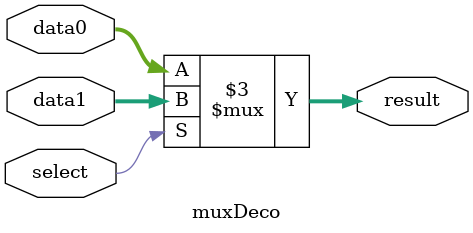
<source format=sv>

module muxDeco(input logic [3:0] data0,
					  input logic [3:0] data1,
					  input logic select,
					  output logic [3:0] result);

  always_comb begin
    if (select)
      result = data1;
    else
      result = data0;
  end

endmodule
</source>
